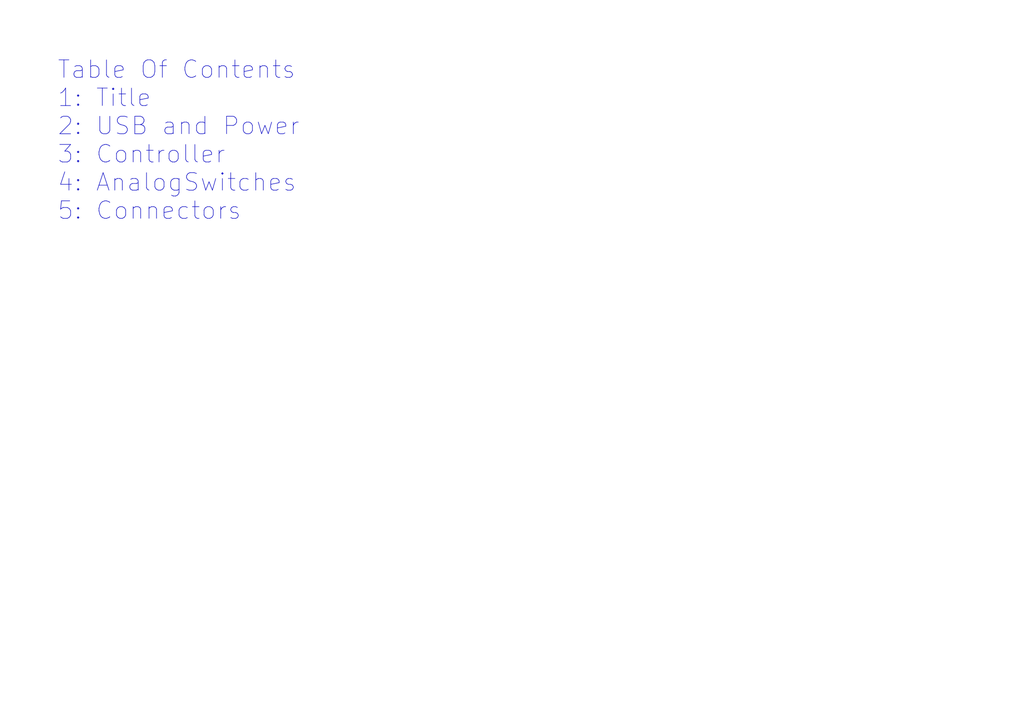
<source format=kicad_sch>
(kicad_sch (version 20211123) (generator eeschema)
  (paper "A4")
  (lib_symbols)
  (text "Table Of Contents\n1: Title\n2: USB and Power\n3: Controller\n4: AnalogSwitches\n5: Connectors\n\n" (at 16.51 72.39 0) (effects (font (size 5.08 5.08)) (justify left bottom)))
  (sheet (at 1.27 242.57) (size 12.7 5.08) (stroke (width 0.1524))
    (property "Sheet name" "AnalogSwitches" (at 1.27 241.8584 0) (effects (justify left bottom)))
    (property "Sheet file" "AnalogSwitches.kicad_sch" (at 1.27 248.2346 0) (effects (justify left top)))
  )
  (sheet (at 1.27 214.63) (size 12.7 3.81) (stroke (width 0.1524))
    (property "Sheet name" "USB and Power" (at 1.27 213.9184 0) (effects (justify left bottom)))
    (property "Sheet file" "USBandPower.kicad_sch" (at 1.27 219.0246 0) (effects (justify left top)))
  )
  (sheet (at 2.54 256.54) (size 11.43 5.08) (stroke (width 0.1524))
    (property "Sheet name" "Connectors" (at 2.54 255.8284 0) (effects (justify left bottom)))
    (property "Sheet file" "Connectors.kicad_sch" (at 2.54 262.2046 0) (effects (justify left top)))
  )
  (sheet (at 1.27 228.6) (size 12.7 5.08) (stroke (width 0.1524))
    (property "Sheet name" "Controller" (at 1.27 227.8884 0) (effects (justify left bottom)))
    (property "Sheet file" "Controller.kicad_sch" (at 1.27 234.2646 0) (effects (justify left top)))
  )
)
</source>
